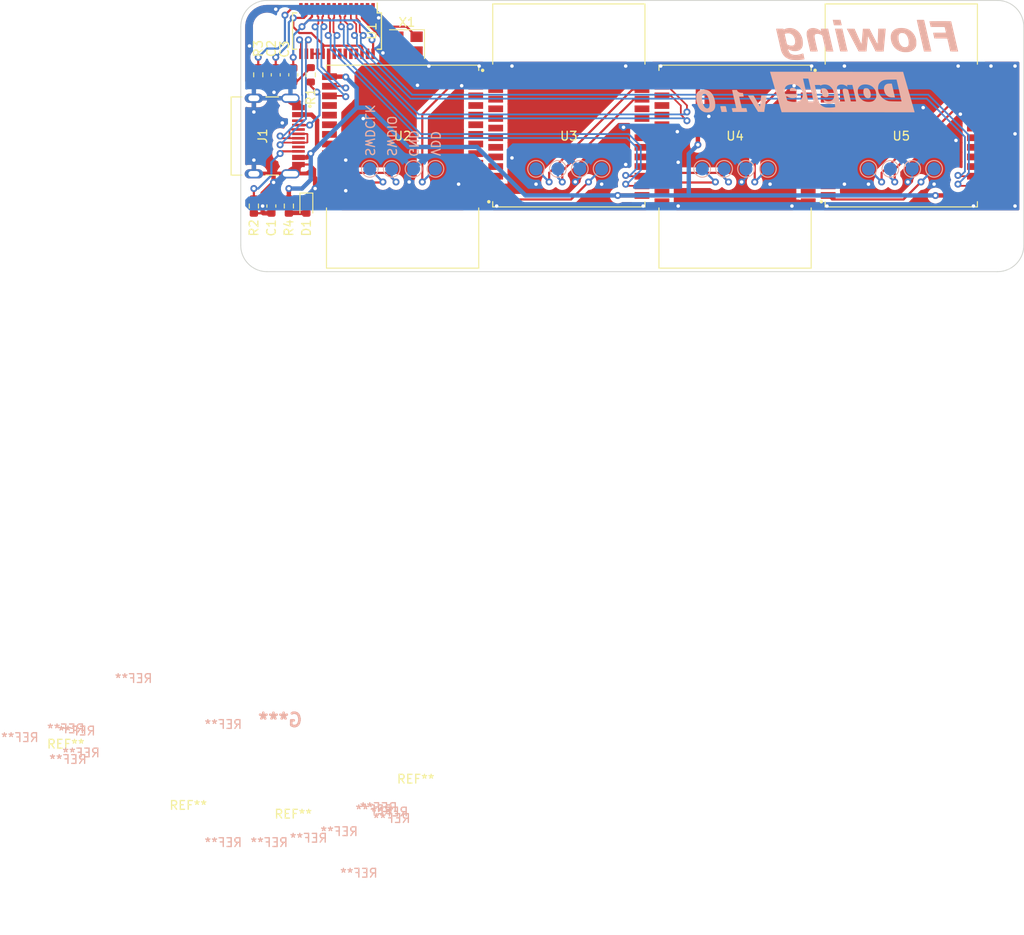
<source format=kicad_pcb>
(kicad_pcb (version 20211014) (generator pcbnew)
  (layers (0 "F.Cu" signal) (31 "B.Cu" signal) (34 "B.Paste" user) (35 "F.Paste" user) (36 "B.SilkS" user "B.Silkscreen") (37 "F.SilkS" user "F.Silkscreen") (38 "B.Mask" user) (39 "F.Mask" user) (44 "Edge.Cuts" user))
  (net 0 "")
  (net 1 "VBUS")
  (net 2 "GND")
  (net 3 "+3.3V")
  (net 4 "+1V8")
  (net 5 "DP")
  (net 6 "Net-(J1-PadA5)")
  (net 9 "Net-(J1-PadB5)")
  (net 10 "Net-(R3-Pad2)")
  (net 11 "1DP")
  (net 12 "1DN")
  (net 13 "2DP")
  (net 14 "2DN")
  (net 15 "3DP")
  (net 16 "3DN")
  (net 17 "4DP")
  (net 18 "4DN")
  (net 24 "Net-(J2-Pad4)")
  (net 43 "Net-(J2-Pad2)")
  (net 44 "Net-(J2-Pad3)")
  (net 47 "Net-(J3-Pad4)")
  (net 66 "Net-(J3-Pad2)")
  (net 67 "Net-(J3-Pad3)")
  (net 70 "Net-(J4-Pad4)")
  (net 89 "Net-(J4-Pad2)")
  (net 90 "Net-(J4-Pad3)")
  (net 93 "Net-(J5-Pad4)")
  (net 112 "Net-(J5-Pad2)")
  (net 113 "Net-(J5-Pad3)")
  (net 116 "Net-(D1-Pad2)")
  (net 117 "Net-(U1-Pad2)")
  (net 118 "Net-(U1-Pad3)")
  (net 119 "DN")
  (footprint "Capacitor_SMD:C_0603_1608Metric" (layer "F.Cu") (at 99.5 86.5 -90)
    (fp_text reference "C2")
    (fp_text value "10uF")
  )
  (footprint "Resistor_SMD:R_0603_1608Metric" (layer "F.Cu") (at 101 101.5 -90)
    (fp_text reference "R4")
    (fp_text value "R")
  )
  (footprint "Resistor_SMD:R_0603_1608Metric" (layer "F.Cu") (at 103.5 86.5 90)
    (fp_text reference "R1")
    (fp_text value "5.1k")
  )
  (footprint "MountingHole:MountingHole_2.2mm_M2" (layer "F.Cu") (at 98.5 81)
    (fp_text reference "REF**")
    (fp_text value "MountingHole_2.2mm_M2")
  )
  (footprint "TYPE-C-31-M-12:HRO_TYPE-C-31-M-12" (layer "F.Cu") (at 97 93.5 -90)
    (fp_text reference "J1")
    (fp_text value "TYPE-C-31-M-12")
  )
  (footprint "Capacitor_SMD:C_0603_1608Metric" (layer "F.Cu") (at 99 101.5 -90)
    (fp_text reference "C1")
    (fp_text value "10uF")
  )
  (footprint "MS88SF2_footplint:XCVR_MS88SF2" (layer "F.Cu") (at 152 97 180)
    (fp_text reference "U4")
    (fp_text value "MS88SF2")
  )
  (footprint "MountingHole:MountingHole_2.2mm_M2" (layer "F.Cu") (at 98.5 106)
    (fp_text reference "REF**")
    (fp_text value "MountingHole_2.2mm_M2")
  )
  (footprint "MS88SF2_footplint:XCVR_MS88SF2" (layer "F.Cu") (at 171 90)
    (fp_text reference "U5")
    (fp_text value "MS88SF2")
  )
  (footprint "Package_SO:SSOP-28_3.9x9.9mm_P0.635mm" (layer "F.Cu") (at 106.5 81.5 -90)
    (fp_text reference "U1")
    (fp_text value "FE1.1s")
  )
  (footprint "MountingHole:MountingHole_2.2mm_M2" (layer "F.Cu") (at 182 106)
    (fp_text reference "REF**")
    (fp_text value "MountingHole_2.2mm_M2")
  )
  (footprint "MS88SF2_footplint:XCVR_MS88SF2" (layer "F.Cu") (at 133 90)
    (fp_text reference "U3")
    (fp_text value "MS88SF2")
  )
  (footprint "MS88SF2_footplint:XCVR_MS88SF2" (layer "F.Cu") (at 114 97 180)
    (fp_text reference "U2")
    (fp_text value "MS88SF2")
  )
  (footprint "LED_SMD:LED_0603_1608Metric" (layer "F.Cu") (at 103 101.5 -90)
    (fp_text reference "D1")
    (fp_text value "LED")
  )
  (footprint "Resistor_SMD:R_0603_1608Metric" (layer "F.Cu") (at 97.5 86.5 90)
    (fp_text reference "R3")
    (fp_text value "2.7kΩ(+-1%)")
  )
  (footprint "MountingHole:MountingHole_2.2mm_M2" (layer "F.Cu") (at 182 81)
    (fp_text reference "REF**")
    (fp_text value "MountingHole_2.2mm_M2")
  )
  (footprint "Resistor_SMD:R_0603_1608Metric" (layer "F.Cu") (at 97 101.5 90)
    (fp_text reference "R2")
    (fp_text value "5.1k")
  )
  (footprint "Crystal:Crystal_SMD_3225-4Pin_3.2x2.5mm" (layer "F.Cu") (at 114.5 83 180)
    (fp_text reference "X1")
    (fp_text value "12MHz")
  )
  (footprint "Capacitor_SMD:C_0603_1608Metric" (layer "F.Cu") (at 101.5 86.5 -90)
    (fp_text reference "C3")
    (fp_text value "10uF")
  )
  (footprint "TestPoint:TestPoint_Pad_D1.5mm" (layer "B.Cu") (at 153.25 97.25 180)
    (fp_text reference "REF**")
    (fp_text value "TestPoint_Pad_D1.5mm")
  )
  (footprint "TestPoint:TestPoint_Pad_D1.5mm" (layer "B.Cu") (at 172.25 97.25 180)
    (fp_text reference "REF**")
    (fp_text value "TestPoint_Pad_D1.5mm")
  )
  (footprint "TestPoint:TestPoint_Pad_D1.5mm" (layer "B.Cu") (at 167.25 97.25 180)
    (fp_text reference "REF**")
    (fp_text value "TestPoint_Pad_D1.5mm")
  )
  (footprint "TestPoint:TestPoint_Pad_D1.5mm" (layer "B.Cu") (at 148.25 97.25 180)
    (fp_text reference "REF**")
    (fp_text value "TestPoint_Pad_D1.5mm")
  )
  (footprint "TestPoint:TestPoint_Pad_D1.5mm" (layer "B.Cu") (at 136.75 97.25 180)
    (fp_text reference "REF**")
    (fp_text value "TestPoint_Pad_D1.5mm")
  )
  (footprint "TestPoint:TestPoint_Pad_D1.5mm" (layer "B.Cu") (at 110.25 97.25 180)
    (fp_text reference "REF**")
    (fp_text value "TestPoint_Pad_D1.5mm")
  )
  (footprint "TestPoint:TestPoint_Pad_D1.5mm" (layer "B.Cu") (at 174.75 97.25 180)
    (fp_text reference "REF**")
    (fp_text value "TestPoint_Pad_D1.5mm")
  )
  (footprint "TestPoint:TestPoint_Pad_D1.5mm" (layer "B.Cu") (at 131.75 97.25 180)
    (fp_text reference "REF**")
    (fp_text value "TestPoint_Pad_D1.5mm")
  )
  (footprint "TestPoint:TestPoint_Pad_D1.5mm" (layer "B.Cu") (at 169.75 97.25 180)
    (fp_text reference "REF**")
    (fp_text value "TestPoint_Pad_D1.5mm")
  )
  (footprint "TestPoint:TestPoint_Pad_D1.5mm" (layer "B.Cu") (at 112.75 97.25 180)
    (fp_text reference "REF**")
    (fp_text value "TestPoint_Pad_D1.5mm")
  )
  (footprint "TestPoint:TestPoint_Pad_D1.5mm" (layer "B.Cu") (at 150.75 97.25 180)
    (fp_text reference "REF**")
    (fp_text value "TestPoint_Pad_D1.5mm")
  )
  (footprint "TestPoint:TestPoint_Pad_D1.5mm" (layer "B.Cu") (at 117.75 97.25 180)
    (fp_text reference "REF**")
    (fp_text value "TestPoint_Pad_D1.5mm")
  )
  (footprint "TestPoint:TestPoint_Pad_D1.5mm" (layer "B.Cu") (at 155.75 97.25 180)
    (fp_text reference "REF**")
    (fp_text value "TestPoint_Pad_D1.5mm")
  )
  (footprint "TestPoint:TestPoint_Pad_D1.5mm" (layer "B.Cu") (at 134.25 97.25 180)
    (fp_text reference "REF**")
    (fp_text value "TestPoint_Pad_D1.5mm")
  )
  (footprint "TestPoint:TestPoint_Pad_D1.5mm" (layer "B.Cu") (at 129.25 97.25 180)
    (fp_text reference "REF**")
    (fp_text value "TestPoint_Pad_D1.5mm")
  )
  (footprint "library:flowing_dongle_v2" (layer "B.Cu") (at 162.5 85.5 180)
    (fp_text reference "G***")
    (fp_text value "LOGO" hide)
  )
  (footprint "TestPoint:TestPoint_Pad_D1.5mm" (layer "B.Cu") (at 115.25 97.25 180)
    (fp_text reference "REF**")
    (fp_text value "TestPoint_Pad_D1.5mm")
  )
  (gr_line (start 185 81) (end 185 106) (layer "Edge.Cuts") (width 0.1))
  (gr_arc (start 98.5 109) (mid 96.37868 108.12132) (end 95.5 106) (layer "Edge.Cuts") (width 0.1))
  (gr_line (start 95.5 81) (end 95.5 106) (layer "Edge.Cuts") (width 0.1))
  (gr_line (start 182 109) (end 98.5 109) (layer "Edge.Cuts") (width 0.1))
  (gr_arc (start 95.5 81) (mid 96.37868 78.87868) (end 98.5 78) (layer "Edge.Cuts") (width 0.1))
  (gr_arc (start 185 106) (mid 184.12132 108.12132) (end 182 109) (layer "Edge.Cuts") (width 0.1))
  (gr_arc (start 182 78) (mid 184.12132 78.87868) (end 185 81) (layer "Edge.Cuts") (width 0.1))
  (gr_line (start 182 78) (end 98.5 78) (layer "Edge.Cuts") (width 0.1))
  (gr_text "GND" (at 115.25 94.35 -90) (layer "B.SilkS") (effects (font (size 1 1)) (justify mirror)))
  (gr_text "SWDIO\n" (at 112.75 93.5 -90) (layer "B.SilkS") (effects (font (size 1 1)) (justify mirror)))
  (gr_text "VDD\n" (at 117.75 94.35 -90) (layer "B.SilkS") (effects (font (size 1 1)) (justify mirror)))
  (gr_text "SWDCLK\n" (at 110.25 92.85 -90) (layer "B.SilkS") (effects (font (size 1 1)) (justify mirror)))
  (segment (start 107.46 86.71) (end 105.64 86.71) (width 0.5) (layer "F.Cu") (net 1))
  (segment (start 104.225 94.775) (end 103.5 95.5) (width 0.5) (layer "F.Cu") (net 1))
  (segment (start 174.9 100.3) (end 174.91 100.29) (width 0.5) (layer "F.Cu") (net 1))
  (segment (start 102.095 91.05) (end 103.575305 91.05) (width 0.5) (layer "F.Cu") (net 1))
  (segment (start 100.95 100.725) (end 101 100.675) (width 0.25) (layer "F.Cu") (net 1))
  (segment (start 101 99.5) (end 101 100.675) (width 0.5) (layer "F.Cu") (net 1))
  (segment (start 147.75 94.5) (end 147.75 88) (width 0.5) (layer "F.Cu") (net 1))
  (segment (start 103.05 95.95) (end 102.095 95.95) (width 0.5) (layer "F.Cu") (net 1))
  (segment (start 103.575305 91.05) (end 104.225 91.699695) (width 0.5) (layer "F.Cu") (net 1))
  (segment (start 105.5475 84.1) (end 105.5475 86.6175) (width 0.4) (layer "F.Cu") (net 1))
  (segment (start 174.91 100.29) (end 179.36 100.29) (width 0.5) (layer "F.Cu") (net 1))
  (segment (start 105.5475 86.6175) (end 105.64 86.71) (width 0.25) (layer "F.Cu") (net 1))
  (segment (start 99 100.725) (end 100.95 100.725) (width 0.5) (layer "F.Cu") (net 1))
  (segment (start 107.5 86.75) (end 107.46 86.71) (width 0.5) (layer "F.Cu") (net 1))
  (segment (start 141.41 100.29) (end 138.59 100.29) (width 0.5) (layer "F.Cu") (net 1))
  (segment (start 104.225 91.699695) (end 104.225 94.775) (width 0.5) (layer "F.Cu") (net 1))
  (segment (start 146.5 86.75) (end 143.68 86.75) (width 0.5) (layer "F.Cu") (net 1))
  (segment (start 147.75 88) (end 146.5 86.75) (width 0.5) (layer "F.Cu") (net 1))
  (segment (start 103.5 95.5) (end 103.05 95.95) (width 0.5) (layer "F.Cu") (net 1))
  (via (at 174.9 100.3) (size 0.8) (drill 0.4) (layers "F.Cu" "B.Cu") (net 1))
  (via (at 101 99.5) (size 0.8) (drill 0.4) (layers "F.Cu" "B.Cu") (net 1))
  (via (at 103.5 95.5) (size 0.8) (drill 0.4) (layers "F.Cu" "B.Cu") (net 1))
  (via (at 147.75 94.5) (size 0.8) (drill 0.4) (layers "F.Cu" "B.Cu") (net 1))
  (via (at 107.5 86.75) (size 0.8) (drill 0.4) (layers "F.Cu" "B.Cu") (net 1))
  (via (at 138.59 100.29) (size 0.8) (drill 0.4) (layers "F.Cu" "B.Cu") (net 1))
  (segment (start 138.59 100.29) (end 146.71 100.29) (width 0.5) (layer "B.Cu") (net 1))
  (segment (start 147.75 94.5) (end 146.71 95.54) (width 0.5) (layer "B.Cu") (net 1))
  (segment (start 122.5 94.75) (end 128.04 100.29) (width 0.5) (layer "B.Cu") (net 1))
  (segment (start 103.5 95.5) (end 103.5 98.5) (width 0.5) (layer "B.Cu") (net 1))
  (segment (start 103.5 98.5) (end 102.5 99.5) (width 0.5) (layer "B.Cu") (net 1))
  (segment (start 108.75 90.25) (end 110.166727 90.25) (width 0.5) (layer "B.Cu") (net 1))
  (segment (start 114.666727 94.75) (end 122.5 94.75) (width 0.5) (layer "B.Cu") (net 1))
  (segment (start 110.166727 90.25) (end 114.666727 94.75) (width 0.5) (layer "B.Cu") (net 1))
  (segment (start 108.75 88) (end 108.75 90.25) (width 0.5) (layer "B.Cu") (net 1))
  (segment (start 108.75 90.25) (end 103.5 95.5) (width 0.5) (layer "B.Cu") (net 1))
  (segment (start 107.5 86.75) (end 108.75 88) (width 0.5) (layer "B.Cu") (net 1))
  (segment (start 146.71 95.54) (end 146.71 100.29) (width 0.5) (layer "B.Cu") (net 1))
  (segment (start 102.5 99.5) (end 101 99.5) (width 0.5) (layer "B.Cu") (net 1))
  (segment (start 128.04 100.29) (end 138.59 100.29) (width 0.5) (layer "B.Cu") (net 1))
  (segment (start 174.89 100.29) (end 146.71 100.29) (width 0.5) (layer "B.Cu") (net 1))
  (segment (start 174.9 100.3) (end 174.89 100.29) (width 0.5) (layer "B.Cu") (net 1))
  (segment (start 101.9 87.275) (end 103.5 85.675) (width 0.25) (layer "F.Cu") (net 2))
  (segment (start 162.64 99.19) (end 162.675 99.225) (width 0.25) (layer "F.Cu") (net 2))
  (segment (start 124.675 99.225) (end 124.64 99.19) (width 0.25) (layer "F.Cu") (net 2))
  (segment (start 110.6275 78.9) (end 110.6275 79.360402) (width 0.25) (layer "F.Cu") (net 2))
  (segment (start 98.075 102.325) (end 98 102.25) (width 0.25) (layer "F.Cu") (net 2))
  (segment (start 104 97.3) (end 103.45 96.75) (width 0.25) (layer "F.Cu") (net 2))
  (segment (start 122.36 87.81) (end 120.81 87.81) (width 0.25) (layer "F.Cu") (net 2))
  (segment (start 113.4 82.15) (end 113.65 82.15) (width 0.25) (layer "F.Cu") (net 2))
  (segment (start 98 100.05) (end 99.25 98.8) (width 0.5) (layer "F.Cu") (net 2))
  (segment (start 98.075 102.325) (end 98.95 102.325) (width 0.5) (layer "F.Cu") (net 2))
  (segment (start 104 99.5) (end 104 98.3) (width 0.5) (layer "F.Cu") (net 2))
  (segment (start 113.65 82.15) (end 115.35 83.85) (width 0.25) (layer "F.Cu") (net 2))
  (segment (start 98.95 102.325) (end 99 102.275) (width 0.25) (layer "F.Cu") (net 2))
  (segment (start 103 100.7125) (end 103 100.5) (width 0.25) (layer "F.Cu") (net 2))
  (segment (start 103 100.5) (end 104 99.5) (width 0.5) (layer "F.Cu") (net 2))
  (segment (start 104 98.3) (end 104 97.3) (width 0.25) (layer "F.Cu") (net 2))
  (segment (start 102.095 96.905) (end 101.18 97.82) (width 0.8) (layer "F.Cu") (net 2))
  (segment (start 102.095 90.095) (end 101.18 89.18) (width 0.8) (layer "F.Cu") (net 2))
  (segment (start 158.81 87.81) (end 160.36 87.81) (width 0.25) (layer "F.Cu") (net 2))
  (segment (start 98 101.5) (end 98 100.05) (width 0.5) (layer "F.Cu") (net 2))
  (segment (start 104 98.3) (end 103.5 97.8) (width 0.25) (layer "F.Cu") (net 2))
  (segment (start 115.35 83.85) (end 115.6 83.85) (width 0.25) (layer "F.Cu") (net 2))
  (segment (start 110.6275 79.360402) (end 111.258549 79.991451) (width 0.25) (layer "F.Cu") (net 2))
  (segment (start 98 102.25) (end 98 101.5) (width 0.5) (layer "F.Cu") (net 2))
  (segment (start 97.55 87.275) (end 97.5 87.325) (width 0.25) (layer "F.Cu") (net 2))
  (segment (start 101.5 87.275) (end 97.55 87.275) (width 0.25) (layer "F.Cu") (net 2))
  (segment (start 158.75 87.75) (end 158.81 87.81) (width 0.25) (layer "F.Cu") (net 2))
  (segment (start 101.5 87.275) (end 101.9 87.275) (width 0.25) (layer "F.Cu") (net 2))
  (segment (start 102.095 96.75) (end 103.45 96.75) (width 0.25) (layer "F.Cu") (net 2))
  (segment (start 120.81 87.81) (end 120.75 87.75) (width 0.25) (layer "F.Cu") (net 2))
  (segment (start 99.25 98.8) (end 99.25 97.75) (width 0.5) (layer "F.Cu") (net 2))
  (segment (start 97 102.325) (end 98.075 102.325) (width 0.25) (layer "F.Cu") (net 2))
  (via (at 126.5 96) (size 0.8) (drill 0.4) (layers "F.Cu" "B.Cu") (net 2))
  (via (at 184 93.25) (size 0.8) (drill 0.4) (layers "F.Cu" "B.Cu") (net 2))
  (via (at 174.75 99) (size 0.8) (drill 0.4) (layers "F.Cu" "B.Cu") (net 2))
  (via (at 98 101.5) (size 0.8) (drill 0.4) (layers "F.Cu" "B.Cu") (net 2))
  (via (at 160.75 85.5) (size 0.8) (drill 0.4) (layers "F.Cu" "B.Cu") (net 2))
  (via (at 104 99.5) (size 0.8) (drill 0.4) (layers "F.Cu" "B.Cu") (net 2))
  (via (at 97 90.75) (size 0.8) (drill 0.4) (layers "F.Cu" "B.Cu") (net 2))
  (via (at 97 96.25) (size 0.8) (drill 0.4) (layers "F.Cu" "B.Cu") (net 2))
  (via (at 184 85.5) (size 0.8) (drill 0.4) (layers "F.Cu" "B.Cu") (net 2))
  (via (at 99.5 79) (size 0.8) (drill 0.4) (layers "F.Cu" "B.Cu") (net 2))
  (via (at 158.75 87.75) (size 0.8) (drill 0.4) (layers "F.Cu" "B.Cu") (net 2))
  (via (at 99.3 88.5) (size 0.8) (drill 0.4) (layers "F.Cu" "B.Cu") (net 2))
  (via (at 100.25 92) (size 0.8) (drill 0.4) (layers "F.Cu" "B.Cu") (net 2))
  (via (at 158.5 101.5) (size 0.8) (drill 0.4) (layers "F.Cu" "B.Cu") (net 2))
  (via (at 164.5 99) (size 0.8) (drill 0.4) (layers "F.Cu" "B.Cu") (net 2))
  (via (at 177.25 94) (size 0.8) (drill 0.4) (layers "F.Cu" "B.Cu") (net 2))
  (via (at 145.4 93) (size 0.8) (drill 0.4) (layers "F.Cu" "B.Cu") (net 2))
  (via (at 111.258549 79.991451) (size 0.8) (drill 0.4) (layers "F.Cu" "B.Cu") (net 2))
  (via (at 171.75 98.75) (size 0.8) (drill 0.4) (layers "F.Cu" "B.Cu") (net 2))
  (via (at 179.25 101.5) (size 0.8) (drill 0.4) (layers "F.Cu" "B.Cu") (net 2))
  (via (at 117 85.5) (size 0.8) (drill 0.4) (layers "F.Cu" "B.Cu") (net 2))
  (via (at 173.5 90.25) (size 0.8) (drill 0.4) (layers "F.Cu" "B.Cu") (net 2))
  (via (at 139.5 85.5) (size 0.8) (drill 0.4) (layers "F.Cu" "B.Cu") (net 2))
  (via (at 152.75 98.75) (size 0.8) (drill 0.4) (layers "F.Cu" "B.Cu") (net 2))
  (via (at 129.25 99) (size 0.8) (drill 0.4) (layers "F.Cu" "B.Cu") (net 2))
  (via (at 120.4 99) (size 0.8) (drill 0.4) (layers "F.Cu" "B.Cu") (net 2))
  (via (at 136.75 99) (size 0.8) (drill 0.4) (layers "F.Cu" "B.Cu") (net 2))
  (via (at 109.5 91.5) (size 0.8) (drill 0.4) (layers "F.Cu" "B.Cu") (net 2))
  (via (at 177.75 91) (size 0.8) (drill 0.4) (layers "F.Cu" "B.Cu") (net 2))
  (via (at 107.5 99.75) (size 0.8) (drill 0.4) (layers "F.Cu" "B.Cu") (net 2))
  (via (at 107.5 96.25) (size 0.8) (drill 0.4) (layers "F.Cu" "B.Cu") (net 2))
  (via (at 149 91.25) (size 0.8) (drill 0.4) (layers "F.Cu" "B.Cu") (net 2))
  (via (at 139.25 92.5) (size 0.8) (drill 0.4) (layers "F.Cu" "B.Cu") (net 2))
  (via (at 167.25 99) (size 0.8) (drill 0.4) (layers "F.Cu" "B.Cu") (net 2))
  (via (at 111.75 84) (size 0.8) (drill 0.4) (layers "F.Cu" "B.Cu") (net 2))
  (via (at 122.75 85.5) (size 0.8) (drill 0.4) (layers "F.Cu" "B.Cu") (net 2))
  (via (at 145.5 96.5) (size 0.8) (drill 0.4) (layers "F.Cu" "B.Cu") (net 2))
  (via (at 120.75 87.75) (size 0.8) (drill 0.4) (layers "F.Cu" "B.Cu") (net 2))
  (via (at 162.5 101.5) (size 0.8) (drill 0.4) (layers "F.Cu" "B.Cu") (net 2))
  (via (at 139.5 96.75) (size 0.8) (drill 0.4) (layers "F.Cu" "B.Cu") (net 2))
  (via (at 145.5 101.5) (size 0.8) (drill 0.4) (layers "F.Cu" "B.Cu") (net 2))
  (via (at 115.7 87.7) (size 0.8) (drill 0.4) (layers "F.Cu" "B.Cu") (net 2))
  (via (at 124.75 101.5) (size 0.8) (drill 0.4) (layers "F.Cu" "B.Cu") (net 2))
  (via (at 143.5 85.5) (size 0.8) (drill 0.4) (layers "F.Cu" "B.Cu") (net 2))
  (via (at 114.75 98.75) (size 0.8) (drill 0.4) (layers "F.Cu" "B.Cu") (net 2))
  (via (at 141.5 101.5) (size 0.8) (drill 0.4) (layers "F.Cu" "B.Cu") (net 2))
  (via (at 164.5 85.5) (size 0.8) (drill 0.4) (layers "F.Cu" "B.Cu") (net 2))
  (via (at 126.5 85.5) (size 0.8) (drill 0.4) (layers "F.Cu" "B.Cu") (net 2))
  (via (at 133.737701 98.737701) (size 0.8) (drill 0.4) (layers "F.Cu" "B.Cu") (net 2))
  (via (at 181.25 85.5) (size 0.8) (drill 0.4) (layers "F.Cu" "B.Cu") (net 2))
  (via (at 177.5 85.5) (size 0.8) (drill 0.4) (layers "F.Cu" "B.Cu") (net 2))
  (via (at 96.5 83.2) (size 0.8) (drill 0.4) (layers "F.Cu" "B.Cu") (net 2))
  (via (at 99.25 98.8) (size 0.8) (drill 0.4) (layers "F.Cu" "B.Cu") (net 2))
  (via (at 184 101.5) (size 0.8) (drill 0.4) (layers "F.Cu" "B.Cu") (net 2))
  (via (at 156 99) (size 0.8) (drill 0.4) (layers "F.Cu" "B.Cu") (net 2))
  (segment (start 172.25 97.25) (end 172.25 98.25) (width 0.25) (layer "B.Cu") (net 2))
  (segment (start 99.7 98.8) (end 99.25 98.8) (width 0.8) (layer "B.Cu") (net 2))
  (segment (start 134.25 98.225402) (end 134.25 97.25) (width 0.25) (layer "B.Cu") (net 2))
  (segment (start 100.68 97.82) (end 99.7 98.8) (width 0.8) (layer "B.Cu") (net 2))
  (segment (start 153.25 97.25) (end 153.25 98.25) (width 0.25) (layer "B.Cu") (net 2))
  (segment (start 133.737701 98.737701) (end 134.25 98.225402) (width 0.25) (layer "B.Cu") (net 2))
  (segment (start 114.75 97.75) (end 115.25 97.25) (width 0.25) (layer "B.Cu") (net 2))
  (segment (start 153.25 98.25) (end 152.75 98.75) (width 0.25) (layer "B.Cu") (net 2))
  (segment (start 114.75 98.75) (end 114.75 97.75) (width 0.47) (layer "B.Cu") (net 2))
  (segment (start 172.25 98.25) (end 171.75 98.75) (width 0.25) (layer "B.Cu") (net 2))
  (segment (start 103.0075 79.715) (end 103.0075 78.9) (width 0.25) (layer "F.Cu") (net 3))
  (segment (start 106.825 83.175) (end 106.2575 83.175) (width 0.25) (layer "F.Cu") (net 3))
  (segment (start 109.2825 83.175) (end 106.825 83.175) (width 0.25) (layer "F.Cu") (net 3))
  (segment (start 104.9125 84.1) (end 103.6425 84.1) (width 0.25) (layer "F.Cu") (net 3))
  (segment (start 106.1075 83.175) (end 105.825 83.175) (width 0.25) (layer "F.Cu") (net 3))
  (segment (start 101.5 80) (end 102.7225 80) (width 0.25) (layer "F.Cu") (net 3))
  (segment (start 106.825 83.175) (end 105.825 83.175) (width 0.25) (layer "F.Cu") (net 3))
  (segment (start 105.825 83.175) (end 105.0225 83.175) (width 0.25) (layer "F.Cu") (net 3))
  (segment (start 104.9125 83.065) (end 104.9125 84.1) (width 0.25) (layer "F.Cu") (net 3))
  (segment (start 109.3575 83.25) (end 109.2825 83.175) (width 0.25) (layer "F.Cu") (net 3))
  (segment (start 105.0225 83.175) (end 103.5725 81.725) (width 0.25) (layer "F.Cu") (net 3))
  (segment (start 105.0225 83.175) (end 104.9125 83.065) (width 0.25) (layer "F.Cu") (net 3))
  (segment (start 102.199695 81.725) (end 101.5 81.025305) (width 0.25) (layer "F.Cu") (net 3))
  (segment (start 103.5725 81.725) (end 102.199695 81.725) (width 0.25) (layer "F.Cu") (net 3))
  (segment (start 106.2575 83.175) (end 106.1825 83.25) (width 0.25) (layer "F.Cu") (net 3))
  (segment (start 101.5 81.025305) (end 101.5 80) (width 0.25) (layer "F.Cu") (net 3))
  (segment (start 109.3575 84.1) (end 109.3575 83.25) (width 0.25) (layer "F.Cu") (net 3))
  (segment (start 102.7225 80) (end 103.0075 79.715) (width 0.25) (layer "F.Cu") (net 3))
  (segment (start 99.5 84.5) (end 99.5 85.725) (width 0.25) (layer "F.Cu") (net 3))
  (segment (start 106.1825 83.25) (end 106.1075 83.175) (width 0.25) (layer "F.Cu") (net 3))
  (segment (start 106.1825 84.1) (end 106.1825 83.25) (width 0.25) (layer "F.Cu") (net 3))
  (via (at 99.5 84.5) (size 0.8) (drill 0.4) (layers "F.Cu" "B.Cu") (net 3))
  (via (at 101.5 80) (size 0.8) (drill 0.4) (layers "F.Cu" "B.Cu") (net 3))
  (segment (start 101.5 80) (end 101 80.5) (width 0.25) (layer "B.Cu") (net 3))
  (segment (start 101 80.5) (end 101 83) (width 0.25) (layer "B.Cu") (net 3))
  (segment (start 101 83) (end 99.5 84.5) (width 0.25) (layer "B.Cu") (net 3))
  (segment (start 101.5 84.5) (end 101.5 85.725) (width 0.25) (layer "F.Cu") (net 4))
  (segment (start 110.6275 82.6275) (end 110.6275 84.1) (width 0.25) (layer "F.Cu") (net 4))
  (segment (start 102.5 81) (end 103.6425 79.8575) (width 0.25) (layer "F.Cu") (net 4))
  (segment (start 110.5 82.5) (end 110.6275 82.6275) (width 0.25) (layer "F.Cu") (net 4))
  (segment (start 103.6425 79.8575) (end 103.6425 78.9) (width 0.25) (layer "F.Cu") (net 4))
  (via (at 101.5 84.5) (size 0.8) (drill 0.4) (layers "F.Cu" "B.Cu") (net 4))
  (via (at 102.5 81) (size 0.8) (drill 0.4) (layers "F.Cu" "B.Cu") (net 4))
  (via (at 110.5 82.5) (size 0.8) (drill 0.4) (layers "F.Cu" "B.Cu") (net 4))
  (segment (start 103.225 80.275) (end 102.5 81) (width 0.25) (layer "B.Cu") (net 4))
  (segment (start 110.5 82.5) (end 110.5 81.974695) (width 0.25) (layer "B.Cu") (net 4))
  (segment (start 101.5 82) (end 101.5 84.5) (width 0.25) (layer "B.Cu") (net 4))
  (segment (start 102.5 81) (end 101.5 82) (width 0.25) (layer "B.Cu") (net 4))
  (segment (start 110.5 81.974695) (end 108.800305 80.275) (width 0.25) (layer "B.Cu") (net 4))
  (segment (start 108.800305 80.275) (end 103.225 80.275) (width 0.25) (layer "B.Cu") (net 4))
  (segment (start 103.0075 82.716503) (end 103.224003 82.5) (width 0.2) (layer "F.Cu") (net 5))
  (segment (start 102.095 94.25) (end 100.25 94.25) (width 0.2) (layer "F.Cu") (net 5))
  (segment (start 103.07 94.25) (end 102.095 94.25) (width 0.2) (layer "F.Cu") (net 5))
  (segment (start 102.095 93.25) (end 103.07 93.25) (width 0.2) (layer "F.Cu") (net 5))
  (segment (start 103.0075 84.1) (end 103.0075 82.716503) (width 0.2) (layer "F.Cu") (net 5))
  (segment (start 103.07 93.25) (end 103.12 93.3) (width 0.2) (layer "F.Cu") (net 5))
  (segment (start 103.12 93.3) (end 103.12 94.2) (width 0.2) (layer "F.Cu") (net 5))
  (segment (start 100.25 94.25) (end 100 94.5) (width 0.2) (layer "F.Cu") (net 5))
  (segment (start 103.12 94.2) (end 103.07 94.25) (width 0.2) (layer "F.Cu") (net 5))
  (via (at 100 94.5) (size 0.8) (drill 0.4) (layers "F.Cu" "B.Cu") (net 5))
  (via (at 103.224003 82.5) (size 0.8) (drill 0.4) (layers "F.Cu" "B.Cu") (net 5))
  (segment (start 102.949252 91.550748) (end 102.949252 82.774751) (width 0.2) (layer "B.Cu") (net 5))
  (segment (start 102.949252 82.774751) (end 103.224003 82.5) (width 0.2) (layer "B.Cu") (net 5))
  (segment (start 100 94.5) (end 102.949252 91.550748) (width 0.2) (layer "B.Cu") (net 5))
  (segment (start 103.3755 92.25) (end 102.095 92.25) (width 0.25) (layer "F.Cu") (net 6))
  (segment (start 104.19764 88.474376) (end 103.5 87.776736) (width 0.25) (layer "F.Cu") (net 6))
  (segment (start 103.5 87.776736) (end 103.5 87.325) (width 0.25) (layer "F.Cu") (net 6))
  (via (at 103.3755 92.25) (size 0.8) (drill 0.4) (layers "F.Cu" "B.Cu") (net 6))
  (via (at 104.19764 88.474376) (size 0.8) (drill 0.4) (layers "F.Cu" "B.Cu") (net 6))
  (segment (start 103.3755 92.25) (end 104.5 91.1255) (width 0.25) (layer "B.Cu") (net 6))
  (segment (start 104.5 88.776736) (end 104.19764 88.474376) (width 0.25) (layer "B.Cu") (net 6))
  (segment (start 104.5 91.1255) (end 104.5 88.776736) (width 0.25) (layer "B.Cu") (net 6))
  (segment (start 100.25 95.25) (end 100 95.5) (width 0.25) (layer "F.Cu") (net 9))
  (segment (start 102.095 95.25) (end 100.25 95.25) (width 0.25) (layer "F.Cu") (net 9))
  (segment (start 97 99.5) (end 97 100.675) (width 0.25) (layer "F.Cu") (net 9))
  (via (at 97 99.5) (size 0.8) (drill 0.4) (layers "F.Cu" "B.Cu") (net 9))
  (via (at 100 95.5) (size 0.8) (drill 0.4) (layers "F.Cu" "B.Cu") (net 9))
  (segment (start 99 98) (end 97.5 99.5) (width 0.25) (layer "B.Cu") (net 9))
  (segment (start 100 95.5) (end 99 96.5) (width 0.25) (layer "B.Cu") (net 9))
  (segment (start 99 96.5) (end 99 98) (width 0.25) (layer "B.Cu") (net 9))
  (segment (start 97.5 99.5) (end 97 99.5) (width 0.25) (layer "B.Cu") (net 9))
  (segment (start 100.551789 79.68393) (end 101.335719 78.9) (width 0.25) (layer "F.Cu") (net 10))
  (segment (start 97.5 84.5) (end 97.5 85.675) (width 0.25) (layer "F.Cu") (net 10))
  (segment (start 101.335719 78.9) (end 102.3725 78.9) (width 0.25) (layer "F.Cu") (net 10))
  (via (at 100.551789 79.68393) (size 0.8) (drill 0.4) (layers "F.Cu" "B.Cu") (net 10))
  (via (at 97.5 84.5) (size 0.8) (drill 0.4) (layers "F.Cu" "B.Cu") (net 10))
  (segment (start 100.55 82.7) (end 99.75 83.5) (width 0.25) (layer "B.Cu") (net 10))
  (segment (start 98.5 83.5) (end 97.5 84.5) (width 0.25) (layer "B.Cu") (net 10))
  (segment (start 100.55 79.685719) (end 100.55 82.7) (width 0.25) (layer "B.Cu") (net 10))
  (segment (start 100.551789 79.68393) (end 100.55 79.685719) (width 0.25) (layer "B.Cu") (net 10))
  (segment (start 99.75 83.5) (end 98.5 83.5) (width 0.25) (layer "B.Cu") (net 10))
  (segment (start 107.41 88.91) (end 107.5 89) (width 0.2) (layer "F.Cu") (net 11))
  (segment (start 105.64 88.91) (end 107.41 88.91) (width 0.2) (layer "F.Cu") (net 11))
  (segment (start 104.2775 79.800001) (end 104.37 79.892501) (width 0.2) (layer "F.Cu") (net 11))
  (segment (start 104.2775 78.9) (end 104.2775 79.800001) (width 0.2) (layer "F.Cu") (net 11))
  (segment (start 104.37 79.892501) (end 104.37 80.642299) (width 0.2) (layer "F.Cu") (net 11))
  (segment (start 104.37 80.642299) (end 104 81.012299) (width 0.2) (layer "F.Cu") (net 11))
  (via (at 107.5 89) (size 0.8) (drill 0.4) (layers "F.Cu" "B.Cu") (net 11))
  (via (at 104 81.012299) (size 0.8) (drill 0.4) (layers "F.Cu" "B.Cu") (net 11))
  (segment (start 104.26885 81.281149) (end 104.26885 85.76885) (width 0.2) (layer "B.Cu") (net 11))
  (segment (start 104.26885 85.76885) (end 107.5 89) (width 0.2) (layer "B.Cu") (net 11))
  (segment (start 104 81.012299) (end 104.26885 81.281149) (width 0.2) (layer "B.Cu") (net 11))
  (segment (start 107.31 87.81) (end 107.5 88) (width 0.2) (layer "F.Cu") (net 12))
  (segment (start 104.82 80.82) (end 105 81) (width 0.2) (layer "F.Cu") (net 12))
  (segment (start 105.64 87.81) (end 107.31 87.81) (width 0.2) (layer "F.Cu") (net 12))
  (segment (start 104.9125 79.800001) (end 104.82 79.892501) (width 0.2) (layer "F.Cu") (net 12))
  (segment (start 104.9125 78.9) (end 104.9125 79.800001) (width 0.2) (layer "F.Cu") (net 12))
  (segment (start 104.82 79.892501) (end 104.82 80.82) (width 0.2) (layer "F.Cu") (net 12))
  (via (at 107.5 88) (size 0.8) (drill 0.4) (layers "F.Cu" "B.Cu") (net 12))
  (via (at 105 81) (size 0.8) (drill 0.4) (layers "F.Cu" "B.Cu") (net 12))
  (segment (start 105 81) (end 104.718851 81.281149) (width 0.2) (layer "B.Cu") (net 12))
  (segment (start 107.136397 88) (end 107.5 88) (width 0.2) (layer "B.Cu") (net 12))
  (segment (start 104.718851 81.281149) (end 104.718851 85.582454) (width 0.2) (layer "B.Cu") (net 12))
  (segment (start 104.718851 85.582454) (end 107.136397 88) (width 0.2) (layer "B.Cu") (net 12))
  (segment (start 105.5475 78.9) (end 105.5475 79.9525) (width 0.2) (layer "F.Cu") (net 13))
  (segment (start 105.7 81.8) (end 105.7 80.105) (width 0.2) (layer "F.Cu") (net 13))
  (segment (start 105.5 82) (end 105.7 81.8) (width 0.2) (layer "F.Cu") (net 13))
  (segment (start 139.59 98.09) (end 139.5 98) (width 0.2) (layer "F.Cu") (net 13))
  (segment (start 141.36 98.09) (end 139.59 98.09) (width 0.2) (layer "F.Cu") (net 13))
  (segment (start 105.7 80.105) (end 105.5475 79.9525) (width 0.2) (layer "F.Cu") (net 13))
  (via (at 139.5 98) (size 0.8) (drill 0.4) (layers "F.Cu" "B.Cu") (net 13))
  (via (at 105.5 82) (size 0.8) (drill 0.4) (layers "F.Cu" "B.Cu") (net 13))
  (segment (start 140.775 94.8432) (end 139.6568 93.725) (width 0.2) (layer "B.Cu") (net 13))
  (segment (start 139.625 98) (end 139.988603 98) (width 0.2) (layer "B.Cu") (net 13))
  (segment (start 139.6568 93.725) (end 115.9068 93.725) (width 0.2) (layer "B.Cu") (net 13))
  (segment (start 105.774999 83.593199) (end 105.774999 82.274999) (width 0.2) (layer "B.Cu") (net 13))
  (segment (start 139.988603 98) (end 140.775 97.213601) (width 0.2) (layer "B.Cu") (net 13))
  (segment (start 140.775 97.213601) (end 140.775 94.8432) (width 0.2) (layer "B.Cu") (net 13))
  (segment (start 105.774999 82.274999) (end 105.5 82) (width 0.2) (layer "B.Cu") (net 13))
  (segment (start 115.9068 93.725) (end 105.774999 83.593199) (width 0.2) (layer "B.Cu") (net 13))
  (segment (start 106.1825 80) (end 106.1825 78.9) (width 0.2) (layer "F.Cu") (net 14))
  (segment (start 141.36 99.19) (end 139.69 99.19) (width 0.2) (layer "F.Cu") (net 14))
  (segment (start 106.5 82) (end 106.1 81.6) (width 0.2) (layer "F.Cu") (net 14))
  (segment (start 106.1 81.6) (end 106.1 80.0825) (width 0.2) (layer "F.Cu") (net 14))
  (segment (start 139.69 99.19) (end 139.5 99) (width 0.2) (layer "F.Cu") (net 14))
  (segment (start 106.1 80.0825) (end 106.1825 80) (width 0.2) (layer "F.Cu") (net 14))
  (via (at 106.5 82) (size 0.8) (drill 0.4) (layers "F.Cu" "B.Cu") (net 14))
  (via (at 139.5 99) (size 0.8) (drill 0.4) (layers "F.Cu" "B.Cu") (net 14))
  (segment (start 116.0932 93.275) (end 106.225001 83.406801) (width 0.2) (layer "B.Cu") (net 14))
  (segment (start 139.625 99) (end 141.225 97.400001) (width 0.2) (layer "B.Cu") (net 14))
  (segment (start 106.225001 83.406801) (end 106.225001 82.274999) (width 0.2) (layer "B.Cu") (net 14))
  (segment (start 106.225001 82.274999) (end 106.5 82) (width 0.2) (layer "B.Cu") (net 14))
  (segment (start 141.225 94.6568) (end 139.8432 93.275) (width 0.2) (layer "B.Cu") (net 14))
  (segment (start 141.225 97.400001) (end 141.225 94.6568) (width 0.2) (layer "B.Cu") (net 14))
  (segment (start 139.8432 93.275) (end 116.0932 93.275) (width 0.2) (layer "B.Cu") (net 14))
  (segment (start 145.8 90.025) (end 145.8 91.05) (width 0.2) (layer "F.Cu") (net 15))
  (segment (start 106.8175 79.800001) (end 106.8175 78.9) (width 0.2) (layer "F.Cu") (net 15))
  (segment (start 143.64 88.91) (end 144.685 88.91) (width 0.2) (layer "F.Cu") (net 15))
  (segment (start 144.685 88.91) (end 145.8 90.025) (width 0.2) (layer "F.Cu") (net 15))
  (segment (start 145.8 91.05) (end 146.5 91.75) (width 0.2) (layer "F.Cu") (net 15))
  (segment (start 106.91 79.892501) (end 106.8175 79.800001) (width 0.2) (layer "F.Cu") (net 15))
  (segment (start 107 81) (end 106.91 80.91) (width 0.2) (layer "F.Cu") (net 15))
  (segment (start 106.91 80.91) (end 106.91 79.892501) (width 0.2) (layer "F.Cu") (net 15))
  (via (at 107 81) (size 0.8) (drill 0.4) (layers "F.Cu" "B.Cu") (net 15))
  (via (at 146.5 91.75) (size 0.8) (drill 0.4) (layers "F.Cu" "B.Cu") (net 15))
  (segment (start 107 81) (end 107.274999 81.274999) (width 0.2) (layer "B.Cu") (net 15))
  (segment (start 115.6568 91.475) (end 146.225001 91.475001) (width 0.2) (layer "B.Cu") (net 15))
  (segment (start 146.225001 91.475001) (end 146.5 91.75) (width 0.2) (layer "B.Cu") (net 15))
  (segment (start 107.274999 81.274999) (end 107.274999 83.093199) (width 0.2) (layer "B.Cu") (net 15))
  (segment (start 107.274999 83.093199) (end 115.6568 91.475) (width 0.2) (layer "B.Cu") (net 15))
  (segment (start 107.36 80.36) (end 108 81) (width 0.2) (layer "F.Cu") (net 16))
  (segment (start 107.4525 79.800001) (end 107.36 79.892501) (width 0.2) (layer "F.Cu") (net 16))
  (segment (start 143.64 87.81) (end 144.31 87.81) (width 0.2) (layer "F.Cu") (net 16))
  (segment (start 107.36 79.892501) (end 107.36 80.36) (width 0.2) (layer "F.Cu") (net 16))
  (segment (start 107.4525 78.9) (end 107.4525 79.800001) (width 0.2) (layer "F.Cu") (net 16))
  (segment (start 144.31 87.81) (end 146.5 90) (width 0.2) (layer "F.Cu") (net 16))
  (segment (start 146.5 90) (end 146.5 90.75) (width 0.2) (layer "F.Cu") (net 16))
  (via (at 108 81) (size 0.8) (drill 0.4) (layers "F.Cu" "B.Cu") (net 16))
  (via (at 146.5 90.75) (size 0.8) (drill 0.4) (layers "F.Cu" "B.Cu") (net 16))
  (segment (start 108 81) (end 107.725001 81.274999) (width 0.2) (layer "B.Cu") (net 16))
  (segment (start 146.225001 91.024999) (end 146.5 90.75) (width 0.2) (layer "B.Cu") (net 16))
  (segment (start 107.725001 81.274999) (end 107.725001 82.906801) (width 0.2) (layer "B.Cu") (net 16))
  (segment (start 115.8432 91.025) (end 146.225001 91.024999) (width 0.2) (layer "B.Cu") (net 16))
  (segment (start 107.725001 82.906801) (end 115.8432 91.025) (width 0.2) (layer "B.Cu") (net 16))
  (segment (start 108.7 80.71005) (end 108.7 81.8) (width 0.2) (layer "F.Cu") (net 17))
  (segment (start 108.0875 80.09755) (end 108.7 80.71005) (width 0.2) (layer "F.Cu") (net 17))
  (segment (start 108.0875 78.9) (end 108.0875 80.09755) (width 0.2) (layer "F.Cu") (net 17))
  (segment (start 179.335 98.09) (end 177.565 98.09) (width 0.2) (layer "F.Cu") (net 17))
  (segment (start 177.565 98.09) (end 177.475 98) (width 0.2) (layer "F.Cu") (net 17))
  (segment (start 108.7 81.8) (end 108.5 82) (width 0.2) (layer "F.Cu") (net 17))
  (via (at 108.5 82) (size 0.8) (drill 0.4) (layers "F.Cu" "B.Cu") (net 17))
  (via (at 177.475 98) (size 0.8) (drill 0.4) (layers "F.Cu" "B.Cu") (net 17))
  (segment (start 108.774999 82.274999) (end 108.5 82) (width 0.2) (layer "B.Cu") (net 17))
  (segment (start 108.774999 83.093199) (end 108.774999 82.274999) (width 0.2) (layer "B.Cu") (net 17))
  (segment (start 177.475 98) (end 177.838603 98) (width 0.2) (layer "B.Cu") (net 17))
  (segment (start 178.275 93.5932) (end 173.9068 89.225) (width 0.2) (layer "B.Cu") (net 17))
  (segment (start 178.275 97.563603) (end 178.275 93.5932) (width 0.2) (layer "B.Cu") (net 17))
  (segment (start 114.9068 89.225) (end 108.774999 83.093199) (width 0.2) (layer "B.Cu") (net 17))
  (segment (start 177.838603 98) (end 178.275 97.563603) (width 0.2) (layer "B.Cu") (net 17))
  (segment (start 173.9068 89.225) (end 114.9068 89.225) (width 0.2) (layer "B.Cu") (net 17))
  (segment (start 179.335 99.19) (end 177.665 99.19) (width 0.2) (layer "F.Cu") (net 18))
  (segment (start 109.1 80.401041) (end 108.7225 80.023541) (width 0.2) (layer "F.Cu") (net 18))
  (segment (start 177.665 99.19) (end 177.475 99) (width 0.2) (layer "F.Cu") (net 18))
  (segment (start 109.1 81.6) (end 109.1 80.401041) (width 0.2) (layer "F.Cu") (net 18))
  (segment (start 109.5 82) (end 109.1 81.6) (width 0.2) (layer "F.Cu") (net 18))
  (segment (start 108.7225 80.023541) (end 108.7225 78.9) (width 0.2) (layer "F.Cu") (net 18))
  (via (at 177.475 99) (size 0.8) (drill 0.4) (layers "F.Cu" "B.Cu") (net 18))
  (via (at 109.5 82) (size 0.8) (drill 0.4) (layers "F.Cu" "B.Cu") (net 18))
  (segment (start 178.725 97.75) (end 178.725 93.4068) (width 0.2) (layer "B.Cu") (net 18))
  (segment (start 178.725 93.4068) (end 174.0932 88.775) (width 0.2) (layer "B.Cu") (net 18))
  (segment (start 115.0932 88.775) (end 109.225001 82.906801) (width 0.2) (layer "B.Cu") (net 18))
  (segment (start 109.225001 82.906801) (end 109.225001 82.274999) (width 0.2) (layer "B.Cu") (net 18))
  (segment (start 109.225001 82.274999) (end 109.5 82) (width 0.2) (layer "B.Cu") (net 18))
  (segment (start 174.0932 88.775) (end 115.0932 88.775) (width 0.2) (layer "B.Cu") (net 18))
  (segment (start 177.475 99) (end 178.725 97.75) (width 0.2) (layer "B.Cu") (net 18))
  (segment (start 116.25 91) (end 116.25 98.75) (width 0.25) (layer "F.Cu") (net 24))
  (segment (start 122.36 86.71) (end 120.54 86.71) (width 0.25) (layer "F.Cu") (net 24))
  (segment (start 120.54 86.71) (end 116.25 91) (width 0.25) (layer "F.Cu") (net 24))
  (via (at 116.25 98.75) (size 0.8) (drill 0.4) (layers "F.Cu" "B.Cu") (net 24))
  (segment (start 117.75 97.25) (end 116.25 98.75) (width 0.25) (layer "B.Cu") (net 24))
  (segment (start 105.64 97.71) (end 112.21 97.71) (width 0.25) (layer "F.Cu") (net 43))
  (segment (start 112.21 97.71) (end 113.25 98.75) (width 0.25) (layer "F.Cu") (net 43))
  (via (at 113.25 98.75) (size 0.8) (drill 0.4) (layers "F.Cu" "B.Cu") (net 43))
  (segment (start 112.75 97.25) (end 112.75 98.25) (width 0.25) (layer "B.Cu") (net 43))
  (segment (start 112.75 98.25) (end 113.25 98.75) (width 0.25) (layer "B.Cu") (net 43))
  (segment (start 111.75 98.75) (end 111.69 98.81) (width 0.25) (layer "F.Cu") (net 44))
  (segment (start 111.69 98.81) (end 105.64 98.81) (width 0.25) (layer "F.Cu") (net 44))
  (via (at 111.75 98.75) (size 0.8) (drill 0.4) (layers "F.Cu" "B.Cu") (net 44))
  (segment (start 110.25 97.25) (end 111.75 98.75) (width 0.25) (layer "B.Cu") (net 44))
  (segment (start 135.25 98.75) (end 133.25 100.75) (width 0.25) (layer "F.Cu") (net 47))
  (segment (start 125.1 100.75) (end 124.64 100.29) (width 0.25) (layer "F.Cu") (net 47))
  (segment (start 133.25 100.75) (end 125.1 100.75) (width 0.25) (layer "F.Cu") (net 47))
  (via (at 135.25 98.75) (size 0.8) (drill 0.4) (layers "F.Cu" "B.Cu") (net 47))
  (segment (start 135.25 98.75) (end 136.75 97.25) (width 0.25) (layer "B.Cu") (net 47))
  (segment (start 132.25 97.5) (end 140.46 89.29) (width 0.25) (layer "F.Cu") (net 66))
  (segment (start 140.46 89.29) (end 141.36 89.29) (width 0.25) (layer "F.Cu") (net 66))
  (segment (start 132.25 98.75) (end 132.25 97.5) (width 0.25) (layer "F.Cu") (net 66))
  (via (at 132.25 98.75) (size 0.8) (drill 0.4) (layers "F.Cu" "B.Cu") (net 66))
  (segment (start 131.75 98.25) (end 131.75 97.25) (width 0.25) (layer "B.Cu") (net 66))
  (segment (start 132.25 98.75) (end 131.75 98.25) (width 0.25) (layer "B.Cu") (net 66))
  (segment (start 130.75 98.75) (end 130.75 97.705) (width 0.25) (layer "F.Cu") (net 67))
  (segment (start 140.265 88.19) (end 141.36 88.19) (width 0.25) (layer "F.Cu") (net 67))
  (segment (start 130.75 97.705) (end 140.265 88.19) (width 0.25) (layer "F.Cu") (net 67))
  (via (at 130.75 98.75) (size 0.8) (drill 0.4) (layers "F.Cu" "B.Cu") (net 67))
  (segment (start 130.75 98.75) (end 129.25 97.25) (width 0.25) (layer "B.Cu") (net 67))
  (segment (start 154.25 91) (end 158.54 86.71) (width 0.25) (layer "F.Cu") (net 70))
  (segment (start 154.25 98.75) (end 154.25 91) (width 0.25) (layer "F.Cu") (net 70))
  (segment (start 158.54 86.71) (end 160.36 86.71) (width 0.25) (layer "F.Cu") (net 70))
  (via (at 154.25 98.75) (size 0.8) (drill 0.4) (layers "F.Cu" "B.Cu") (net 70))
  (segment (start 155.75 97.25) (end 154.25 98.75) (width 0.25) (layer "B.Cu") (net 70))
  (segment (start 150.21 97.71) (end 143.64 97.71) (width 0.25) (layer "F.Cu") (net 89))
  (segment (start 151.25 98.75) (end 150.21 97.71) (width 0.25) (layer "F.Cu") (net 89))
  (via (at 151.25 98.75) (size 0.8) (drill 0.4) (layers "F.Cu" "B.Cu") (net 89))
  (segment (start 150.75 98.25) (end 151.25 98.75) (width 0.25) (layer "B.Cu") (net 89))
  (segment (start 150.75 97.25) (end 150.75 98.25) (width 0.25) (layer "B.Cu") (net 89))
  (segment (start 149.69 98.81) (end 143.64 98.81) (width 0.25) (layer "F.Cu") (net 90))
  (segment (start 149.75 98.75) (end 149.69 98.81) (width 0.25) (layer "F.Cu") (net 90))
  (via (at 149.75 98.75) (size 0.8) (drill 0.4) (layers "F.Cu" "B.Cu") (net 90))
  (segment (start 148.25 97.25) (end 149.75 98.75) (width 0.25) (layer "B.Cu") (net 90))
  (segment (start 173.25 98.75) (end 171.25 100.75) (width 0.25) (layer "F.Cu") (net 93))
  (segment (start 171.25 100.75) (end 163.1 100.75) (width 0.25) (layer "F.Cu") (net 93))
  (segment (start 163.1 100.75) (end 162.64 100.29) (width 0.25) (layer "F.Cu") (net 93))
  (via (at 173.25 98.75) (size 0.8) (drill 0.4) (layers "F.Cu" "B.Cu") (net 93))
  (segment (start 174.75 97.25) (end 173.25 98.75) (width 0.25) (layer "B.Cu") (net 93))
  (segment (start 170.25 97.305) (end 178.265 89.29) (width 0.25) (layer "F.Cu") (net 112))
  (segment (start 170.25 98.75) (end 170.25 97.305) (width 0.25) (layer "F.Cu") (net 112))
  (segment (start 178.265 89.29) (end 179.36 89.29) (width 0.25) (layer "F.Cu") (net 112))
  (via (at 170.25 98.75) (size 0.8) (drill 0.4) (layers "F.Cu" "B.Cu") (net 112))
  (segment (start 169.75 97.25) (end 169.75 98.25) (width 0.25) (layer "B.Cu") (net 112))
  (segment (start 169.75 98.25) (end 170.25 98.75) (width 0.25) (layer "B.Cu") (net 112))
  (segment (start 168.75 97.705) (end 178.265 88.19) (width 0.25) (layer "F.Cu") (net 113))
  (segment (start 178.265 88.19) (end 179.36 88.19) (width 0.25) (layer "F.Cu") (net 113))
  (segment (start 168.75 98.75) (end 168.75 97.705) (width 0.25) (layer "F.Cu") (net 113))
  (via (at 168.75 98.75) (size 0.8) (drill 0.4) (layers "F.Cu" "B.Cu") (net 113))
  (segment (start 167.25 97.25) (end 168.75 98.75) (width 0.25) (layer "B.Cu") (net 113))
  (segment (start 101.0375 102.2875) (end 101 102.325) (width 0.25) (layer "F.Cu") (net 116))
  (segment (start 103 102.2875) (end 101.0375 102.2875) (width 0.5) (layer "F.Cu") (net 116))
  (segment (start 109.9925 78.9) (end 109.9925 79.75) (width 0.25) (layer "F.Cu") (net 117))
  (segment (start 109.9925 79.75) (end 111.2425 81) (width 0.25) (layer "F.Cu") (net 117))
  (segment (start 111.2425 81) (end 114.45 81) (width 0.25) (layer "F.Cu") (net 117))
  (segment (start 114.45 81) (end 115.6 82.15) (width 0.25) (layer "F.Cu") (net 117))
  (segment (start 109.3575 80.0575) (end 109.3575 78.9) (width 0.25) (layer "F.Cu") (net 118))
  (segment (start 113.15 83.85) (end 109.3575 80.0575) (width 0.25) (layer "F.Cu") (net 118))
  (segment (start 113.4 83.85) (end 113.15 83.85) (width 0.25) (layer "F.Cu") (net 118))
  (segment (start 101.12 93.75) (end 101.07 93.7) (width 0.2) (layer "F.Cu") (net 119))
  (segment (start 102.095 93.75) (end 100.25 93.75) (width 0.2) (layer "F.Cu") (net 119))
  (segment (start 101.07 93.7) (end 101.07 92.8) (width 0.2) (layer "F.Cu") (net 119))
  (segment (start 100.25 93.75) (end 100 93.5) (width 0.2) (layer "F.Cu") (net 119))
  (segment (start 102.3725 82.648) (end 102.2245 82.5) (width 0.2) (layer "F.Cu") (net 119))
  (segment (start 101.07 92.8) (end 101.12 92.75) (width 0.2) (layer "F.Cu") (net 119))
  (segment (start 101.12 92.75) (end 102.095 92.75) (width 0.2) (layer "F.Cu") (net 119))
  (segment (start 102.095 93.75) (end 101.12 93.75) (width 0.2) (layer "F.Cu") (net 119))
  (segment (start 102.3725 84.1) (end 102.3725 82.648) (width 0.2) (layer "F.Cu") (net 119))
  (via (at 100 93.5) (size 0.8) (drill 0.4) (layers "F.Cu" "B.Cu") (net 119))
  (via (at 102.2245 82.5) (size 0.8) (drill 0.4) (layers "F.Cu" "B.Cu") (net 119))
  (segment (start 102.499251 91.364352) (end 102.499251 89.552475) (width 0.2) (layer "B.Cu") (net 119))
  (segment (start 102.53 88.838274) (end 102.499251 88.807525) (width 0.2) (layer "B.Cu") (net 119))
  (segment (start 102.499251 88.807525) (end 102.499251 82.774751) (width 0.2) (layer "B.Cu") (net 119))
  (segment (start 100 93.5) (end 100.363603 93.5) (width 0.2) (layer "B.Cu") (net 119))
  (segment (start 102.499251 89.552475) (end 102.53 89.521726) (width 0.2) (layer "B.Cu") (net 119))
  (segment (start 102.499251 82.774751) (end 102.2245 82.5) (width 0.2) (layer "B.Cu") (net 119))
  (segment (start 102.53 89.521726) (end 102.53 88.838274) (width 0.2) (layer "B.Cu") (net 119))
  (segment (start 100.363603 93.5) (end 102.499251 91.364352) (width 0.2) (layer "B.Cu") (net 119))
  (zone (net 0) (net_name "") (layer "F.Cu") (connect_pads (clearance 0)) (min_thickness 0.254)
    (keepout (tracks allowed) (vias allowed) (pads allowed) (copperpour not_allowed) (footprints allowed))
    (fill (thermal_gap 0.508) (thermal_bridge_width 0.508))
    (polygon (pts (xy 96.5 87.7) (xy 96.8 88.4) (xy 95.8 88.3) (xy 95.8 87.1)))
  )
  (zone (net 0) (net_name "") (layer "F.Cu") (connect_pads (clearance 0)) (min_thickness 0.254)
    (keepout (tracks allowed) (vias allowed) (pads allowed) (copperpour not_allowed) (footprints allowed))
    (fill (thermal_gap 0.508) (thermal_bridge_width 0.508))
    (polygon (pts (xy 142.6 101.7) (xy 142.5 102) (xy 141.9 102) (xy 141.9 101.1)))
  )
  (zone (net 0) (net_name "") (layer "F.Cu") (connect_pads (clearance 0)) (min_thickness 0.254)
    (keepout (tracks allowed) (vias allowed) (pads allowed) (copperpour not_allowed) (footprints allowed))
    (fill (thermal_gap 0.508) (thermal_bridge_width 0.508))
    (polygon (pts (xy 105.25 86.25) (xy 103.5 86.5) (xy 103.75 85) (xy 105.25 85)))
  )
  (zone (net 0) (net_name "") (layers F&B.Cu) (connect_pads (clearance 0)) (min_thickness 0.254)
    (keepout (tracks allowed) (vias allowed) (pads allowed) (copperpour not_allowed) (footprints allowed))
    (fill (thermal_gap 0.508) (thermal_bridge_width 0.508))
    (polygon (pts (xy 185 85) (xy 117 85) (xy 110 78) (xy 185 78)))
  )
  (zone (net 0) (net_name "") (layer "F.Cu") (connect_pads (clearance 0)) (min_thickness 0.254)
    (keepout (tracks allowed) (vias allowed) (pads allowed) (copperpour not_allowed) (footprints allowed))
    (fill (thermal_gap 0.508) (thermal_bridge_width 0.508))
    (polygon (pts (xy 140.1 92) (xy 138.5 92) (xy 140.1 90.5)))
  )
  (zone (net 0) (net_name "") (layer "F.Cu") (connect_pads (clearance 0)) (min_thickness 0.254)
    (keepout (tracks allowed) (vias allowed) (pads allowed) (copperpour not_allowed) (footprints allowed))
    (fill (thermal_gap 0.508) (thermal_bridge_width 0.508))
    (polygon (pts (xy 102.1 84.3) (xy 96.9 84.3) (xy 96.9 81) (xy 98.5 79.4) (xy 99.9 79.4) (xy 99.9 78.3) (xy 101.7 78.3)))
  )
  (zone (net 2) (net_name "GND") (layers F&B.Cu) (connect_pads (clearance 0.508)) (min_thickness 0.254) (fill yes (thermal_gap 0.508) (thermal_bridge_width 0.508))
    (polygon (pts (xy 185 78) (xy 185 109) (xy 95.5 109) (xy 95.5 78)))
  )
  (zone (net 0) (net_name "") (layer "F.Cu") (connect_pads (clearance 0)) (min_thickness 0.254)
    (keepout (tracks allowed) (vias allowed) (pads allowed) (copperpour not_allowed) (footprints allowed))
    (fill (thermal_gap 0.508) (thermal_bridge_width 0.508))
    (polygon (pts (xy 107 102) (xy 107.25 102) (xy 107.25 102.25) (xy 106.5 102.25) (xy 106.5 101.25) (xy 107 101.25)))
  )
  (zone (net 0) (net_name "") (layer "F.Cu") (connect_pads (clearance 0)) (min_thickness 0.254)
    (keepout (tracks allowed) (vias allowed) (pads allowed) (copperpour not_allowed) (footprints allowed))
    (fill (thermal_gap 0.508) (thermal_bridge_width 0.508))
    (polygon (pts (xy 108.5 86.25) (xy 108.5 89.25) (xy 107 90.75) (xy 106.25 90.75) (xy 106.25 85) (xy 109.75 85)))
  )
  (zone (net 0) (net_name "") (layer "F.Cu") (connect_pads (clearance 0)) (min_thickness 0.254)
    (keepout (tracks allowed) (vias allowed) (pads allowed) (copperpour not_allowed) (footprints allowed))
    (fill (thermal_gap 0.508) (thermal_bridge_width 0.508))
    (polygon (pts (xy 162.1 101.1) (xy 162.1 102.1) (xy 161.2 102.2) (xy 161.5 100.9)))
  )
  (zone (net 0) (net_name "") (layer "F.Cu") (connect_pads (clearance 0)) (min_thickness 0.254)
    (keepout (tracks allowed) (vias allowed) (pads allowed) (copperpour not_allowed) (footprints allowed))
    (fill (thermal_gap 0.508) (thermal_bridge_width 0.508))
    (polygon (pts (xy 99.1 88.2) (xy 98.5 88.9) (xy 97.7 88) (xy 98.6 87.5)))
  )
  (zone (net 0) (net_name "") (layers F&B.Cu) (connect_pads (clearance 0)) (min_thickness 0.254)
    (keepout (tracks allowed) (vias allowed) (pads allowed) (copperpour not_allowed) (footprints allowed))
    (fill (thermal_gap 0.508) (thermal_bridge_width 0.508))
    (polygon (pts (xy 185 109) (xy 95.5 109) (xy 95.5 102) (xy 185 102)))
  )
  (zone (net 0) (net_name "") (layer "F.Cu") (connect_pads (clearance 0)) (min_thickness 0.254)
    (keepout (tracks allowed) (vias allowed) (pads allowed) (copperpour not_allowed) (footprints allowed))
    (fill (thermal_gap 0.508) (thermal_bridge_width 0.508))
    (polygon (pts (xy 160.5 103) (xy 144.6 102.3) (xy 144.8 101.5) (xy 145.4 102.1) (xy 158.5 102.1) (xy 159.1 101.5)))
  )
  (zone (net 0) (net_name "") (layer "F.Cu") (connect_pads (clearance 0)) (min_thickness 0.254)
    (keepout (tracks allowed) (vias allowed) (pads allowed) (copperpour not_allowed) (footprints allowed))
    (fill (thermal_gap 0.508) (thermal_bridge_width 0.508))
    (polygon (pts (xy 140.1 85.5) (xy 139.5 84.9) (xy 126.4 84.9) (xy 125.8 85.5) (xy 125.6 84.5) (xy 140.8 84.5)))
  )
  (zone (net 0) (net_name "") (layer "F.Cu") (connect_pads (clearance 0)) (min_thickness 0.254)
    (keepout (tracks allowed) (vias allowed) (pads allowed) (copperpour not_allowed) (footprints allowed))
    (fill (thermal_gap 0.508) (thermal_bridge_width 0.508))
    (polygon (pts (xy 146.4 92.6) (xy 145.3 92.6) (xy 144.8 93.1) (xy 144.8 92.2)))
  )
  (zone (net 0) (net_name "") (layer "F.Cu") (connect_pads (clearance 0)) (min_thickness 0.254)
    (keepout (tracks allowed) (vias allowed) (pads allowed) (copperpour not_allowed) (footprints allowed))
    (fill (thermal_gap 0.508) (thermal_bridge_width 0.508))
    (polygon (pts (xy 104.5 102.3) (xy 95.5 102.3) (xy 95.5 98) (xy 104.5 98)))
  )
  (zone (net 0) (net_name "") (layer "F.Cu") (connect_pads (clearance 0)) (min_thickness 0.254)
    (keepout (tracks allowed) (vias allowed) (pads allowed) (copperpour not_allowed) (footprints allowed))
    (fill (thermal_gap 0.508) (thermal_bridge_width 0.508))
    (polygon (pts (xy 123.75 85.75) (xy 123.25 85.75) (xy 123.25 85) (xy 116.25 85) (xy 116 84.75) (xy 116 84.5) (xy 123.75 84.5)))
  )
  (zone (net 0) (net_name "") (layer "F.Cu") (connect_pads (clearance 0)) (min_thickness 0.254)
    (keepout (tracks allowed) (vias allowed) (pads allowed) (copperpour not_allowed) (footprints allowed))
    (fill (thermal_gap 0.508) (thermal_bridge_width 0.508))
    (polygon (pts (xy 104.5 90.8) (xy 102.7 90.4) (xy 102.4 89.4) (xy 102.4 88.6) (xy 101.9 87.6) (xy 104.7 87.5)))
  )
  (zone (net 0) (net_name "") (layer "F.Cu") (connect_pads (clearance 0)) (min_thickness 0.254)
    (keepout (tracks allowed) (vias allowed) (pads allowed) (copperpour not_allowed) (footprints allowed))
    (fill (thermal_gap 0.508) (thermal_bridge_width 0.508))
    (polygon (pts (xy 121.5 102.25) (xy 120.5 102.25) (xy 120.5 102) (xy 121 102) (xy 121 101.5) (xy 121.5 101.5)))
  )
  (zone (net 0) (net_name "") (layer "F.Cu") (connect_pads (clearance 0)) (min_thickness 0.254)
    (keepout (tracks allowed) (vias allowed) (pads allowed) (copperpour not_allowed) (footprints allowed))
    (fill (thermal_gap 0.508) (thermal_bridge_width 0.508))
    (polygon (pts (xy 104.4 98.2) (xy 104.1 98.1) (xy 104.1 97.4) (xy 103.2 96.5) (xy 104.4 95.7)))
  )
  (zone (net 0) (net_name "") (layer "F.Cu") (connect_pads (clearance 0)) (min_thickness 0.254)
    (keepout (tracks allowed) (vias allowed) (pads allowed) (copperpour not_allowed) (footprints allowed))
    (fill (thermal_gap 0.508) (thermal_bridge_width 0.508))
    (polygon (pts (xy 124.3 102) (xy 123.4 102) (xy 123.4 101) (xy 124.3 101)))
  )
  (zone (net 0) (net_name "") (layer "F.Cu") (connect_pads (clearance 0)) (min_thickness 0.254)
    (keepout (tracks allowed) (vias allowed) (pads allowed) (copperpour not_allowed) (footprints allowed))
    (fill (thermal_gap 0.508) (thermal_bridge_width 0.508))
    (polygon (pts (xy 174.2 84.4) (xy 178.3 84.4) (xy 178.2 85.5) (xy 177.7 85) (xy 177.7 84.9) (xy 164.5 84.9) (xy 163.9 85.5) (xy 163 84.1)))
  )
  (zone (net 0) (net_name "") (layer "B.Cu") (connect_pads (clearance 0)) (min_thickness 0.254)
    (keepout (tracks allowed) (vias allowed) (pads allowed) (copperpour not_allowed) (footprints allowed))
    (fill (thermal_gap 0.508) (thermal_bridge_width 0.508))
    (polygon (pts (xy 101.8 91.9) (xy 100.9 92.3) (xy 100.9 91.4) (xy 101.9 91.2)))
  )
  (zone (net 0) (net_name "") (layer "B.Cu") (connect_pads (clearance 0)) (min_thickness 0.254)
    (keepout (tracks allowed) (vias allowed) (pads allowed) (copperpour not_allowed) (footprints allowed))
    (fill (thermal_gap 0.508) (thermal_bridge_width 0.508))
    (polygon (pts (xy 173.3 99.7) (xy 169.9 99.9) (xy 171.1 98) (xy 171 98) (xy 172.8 97.9)))
  )
  (zone (net 0) (net_name "") (layer "B.Cu") (connect_pads (clearance 0)) (min_thickness 0.254)
    (keepout (tracks allowed) (vias allowed) (pads allowed) (copperpour not_allowed) (footprints allowed))
    (fill (thermal_gap 0.508) (thermal_bridge_width 0.508))
    (polygon (pts (xy 138.7 92.9) (xy 126.7 94.2) (xy 125.9 95) (xy 125.9 97.2) (xy 124.7 91.9) (xy 138.7 91.8)))
  )
  (zone (net 0) (net_name "") (layer "B.Cu") (connect_pads (clearance 0)) (min_thickness 0.254)
    (keepout (tracks allowed) (vias allowed) (pads allowed) (copperpour not_allowed) (footprints allowed))
    (fill (thermal_gap 0.508) (thermal_bridge_width 0.508))
    (polygon (pts (xy 96.9 100.4) (xy 96.4 100.4) (xy 96 100.8) (xy 96 101.5) (xy 96.6 102.1) (xy 95.5 102.1) (xy 95.6 100.3)))
  )
  (zone (net 0) (net_name "") (layer "B.Cu") (connect_pads (clearance 0)) (min_thickness 0.254)
    (keepout (tracks allowed) (vias allowed) (pads allowed) (copperpour not_allowed) (footprints allowed))
    (fill (thermal_gap 0.508) (thermal_bridge_width 0.508))
    (polygon (pts (xy 100.9 81.7) (xy 100.8 83.7) (xy 96.9 84) (xy 96.9 80.9)))
  )
  (zone (net 0) (net_name "") (layer "B.Cu") (connect_pads (clearance 0)) (min_thickness 0.254)
    (keepout (tracks allowed) (vias allowed) (pads allowed) (copperpour not_allowed) (footprints allowed))
    (fill (thermal_gap 0.508) (thermal_bridge_width 0.508))
    (polygon (pts (xy 154.2 99.9) (xy 151.4 99.8) (xy 151.6 97.3) (xy 154.1 97.25)))
  )
  (zone (net 0) (net_name "") (layer "B.Cu") (connect_pads (clearance 0)) (min_thickness 0.254)
    (keepout (tracks allowed) (vias allowed) (pads allowed) (copperpour not_allowed) (footprints allowed))
    (fill (thermal_gap 0.508) (thermal_bridge_width 0.508))
    (polygon (pts (xy 114.15 97.8) (xy 114.15 98.8) (xy 114 99) (xy 113.6 97.6)))
  )
  (zone (net 0) (net_name "") (layer "B.Cu") (connect_pads (clearance 0)) (min_thickness 0.254)
    (keepout (tracks allowed) (vias allowed) (pads allowed) (copperpour not_allowed) (footprints allowed))
    (fill (thermal_gap 0.508) (thermal_bridge_width 0.508))
    (polygon (pts (xy 135.5 100) (xy 132.25 100) (xy 132 97.25) (xy 135.25 97.25)))
  )
)
</source>
